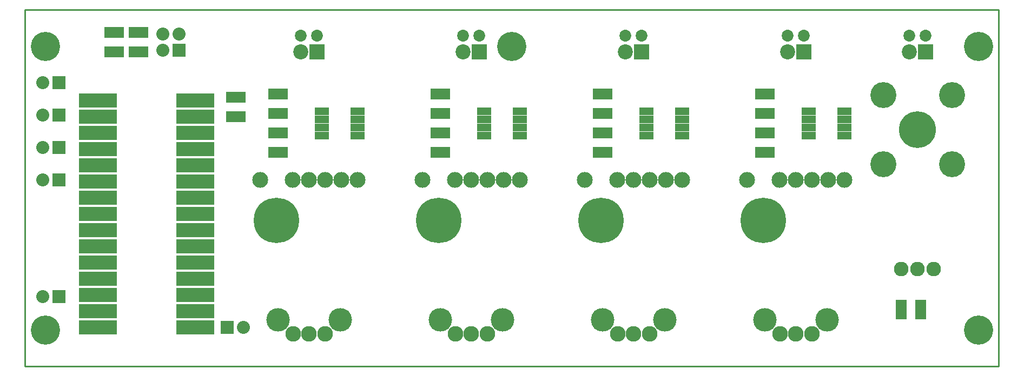
<source format=gts>
G04 (created by PCBNEW-RS274X (2010-03-14)-final) date Wed 25 May 2011 10:36:55 AM PDT*
G01*
G70*
G90*
%MOIN*%
G04 Gerber Fmt 3.4, Leading zero omitted, Abs format*
%FSLAX34Y34*%
G04 APERTURE LIST*
%ADD10C,0.006000*%
%ADD11C,0.009000*%
%ADD12C,0.096000*%
%ADD13C,0.145000*%
%ADD14R,0.233000X0.089000*%
%ADD15C,0.090000*%
%ADD16R,0.070000X0.120000*%
%ADD17R,0.120000X0.070000*%
%ADD18C,0.093000*%
%ADD19R,0.093000X0.093000*%
%ADD20C,0.073000*%
%ADD21R,0.080000X0.080000*%
%ADD22C,0.080000*%
%ADD23R,0.090000X0.046000*%
%ADD24C,0.098000*%
%ADD25C,0.280000*%
%ADD26C,0.180000*%
%ADD27C,0.160000*%
%ADD28C,0.227000*%
G04 APERTURE END LIST*
G54D10*
G54D11*
X25500Y-33500D02*
X25500Y-55500D01*
X85500Y-33500D02*
X25500Y-33500D01*
X85500Y-55500D02*
X85500Y-33500D01*
X25500Y-55500D02*
X85500Y-55500D01*
G54D12*
X42016Y-53500D03*
X43000Y-53500D03*
X43984Y-53500D03*
G54D13*
X41070Y-52634D03*
X44930Y-52634D03*
G54D12*
X72016Y-53500D03*
X73000Y-53500D03*
X73984Y-53500D03*
G54D13*
X71070Y-52634D03*
X74930Y-52634D03*
G54D12*
X62016Y-53500D03*
X63000Y-53500D03*
X63984Y-53500D03*
G54D13*
X61070Y-52634D03*
X64930Y-52634D03*
G54D12*
X52016Y-53500D03*
X53000Y-53500D03*
X53984Y-53500D03*
G54D13*
X51070Y-52634D03*
X54930Y-52634D03*
G54D14*
X30000Y-39100D03*
X30000Y-40100D03*
X30000Y-41100D03*
X30000Y-42100D03*
X30000Y-43100D03*
X30000Y-44100D03*
X30000Y-45100D03*
X30000Y-46100D03*
X30000Y-47100D03*
X30000Y-48100D03*
X30000Y-49100D03*
X30000Y-50100D03*
X30000Y-51100D03*
X30000Y-52100D03*
X30000Y-53100D03*
X36000Y-53100D03*
X36000Y-52100D03*
X36000Y-51100D03*
X36000Y-50100D03*
X36000Y-49100D03*
X36000Y-48100D03*
X36000Y-47100D03*
X36000Y-46100D03*
X36000Y-45100D03*
X36000Y-44100D03*
X36000Y-43100D03*
X36000Y-42100D03*
X36000Y-41100D03*
X36000Y-40100D03*
X36000Y-39100D03*
G54D15*
X81500Y-49500D03*
X80500Y-49500D03*
X79500Y-49500D03*
G54D16*
X79500Y-52000D03*
X80700Y-52000D03*
G54D17*
X31000Y-36100D03*
X31000Y-34900D03*
X38500Y-38900D03*
X38500Y-40100D03*
X41100Y-41100D03*
X41100Y-42300D03*
X41100Y-39900D03*
X41100Y-38700D03*
X51100Y-41100D03*
X51100Y-42300D03*
X51100Y-39900D03*
X51100Y-38700D03*
X61100Y-41100D03*
X61100Y-42300D03*
X61100Y-39900D03*
X61100Y-38700D03*
X71100Y-41100D03*
X71100Y-42300D03*
X71100Y-39900D03*
X71100Y-38700D03*
G54D18*
X42500Y-36100D03*
G54D19*
X43500Y-36100D03*
G54D20*
X43500Y-35100D03*
X42500Y-35100D03*
G54D18*
X52500Y-36100D03*
G54D19*
X53500Y-36100D03*
G54D20*
X53500Y-35100D03*
X52500Y-35100D03*
G54D18*
X62500Y-36100D03*
G54D19*
X63500Y-36100D03*
G54D20*
X63500Y-35100D03*
X62500Y-35100D03*
G54D18*
X72500Y-36100D03*
G54D19*
X73500Y-36100D03*
G54D20*
X73500Y-35100D03*
X72500Y-35100D03*
G54D21*
X35000Y-36000D03*
G54D22*
X34000Y-36000D03*
X35000Y-35000D03*
X34000Y-35000D03*
G54D21*
X27600Y-51200D03*
G54D22*
X26600Y-51200D03*
G54D21*
X27600Y-44000D03*
G54D22*
X26600Y-44000D03*
G54D21*
X27600Y-42000D03*
G54D22*
X26600Y-42000D03*
G54D21*
X27600Y-40000D03*
G54D22*
X26600Y-40000D03*
G54D21*
X27600Y-38000D03*
G54D22*
X26600Y-38000D03*
G54D23*
X46000Y-41250D03*
X46000Y-40750D03*
X46000Y-40250D03*
X46000Y-39750D03*
X43800Y-39750D03*
X43800Y-40250D03*
X43800Y-40750D03*
X43800Y-41250D03*
X56000Y-41250D03*
X56000Y-40750D03*
X56000Y-40250D03*
X56000Y-39750D03*
X53800Y-39750D03*
X53800Y-40250D03*
X53800Y-40750D03*
X53800Y-41250D03*
X66000Y-41250D03*
X66000Y-40750D03*
X66000Y-40250D03*
X66000Y-39750D03*
X63800Y-39750D03*
X63800Y-40250D03*
X63800Y-40750D03*
X63800Y-41250D03*
X76000Y-41250D03*
X76000Y-40750D03*
X76000Y-40250D03*
X76000Y-39750D03*
X73800Y-39750D03*
X73800Y-40250D03*
X73800Y-40750D03*
X73800Y-41250D03*
G54D17*
X32500Y-36100D03*
X32500Y-34900D03*
G54D18*
X80000Y-36100D03*
G54D19*
X81000Y-36100D03*
G54D20*
X81000Y-35100D03*
X80000Y-35100D03*
G54D24*
X43000Y-44000D03*
X44000Y-44000D03*
X45000Y-44000D03*
X46000Y-44000D03*
X42000Y-44000D03*
X40000Y-44000D03*
G54D25*
X41000Y-46500D03*
G54D24*
X73000Y-44000D03*
X74000Y-44000D03*
X75000Y-44000D03*
X76000Y-44000D03*
X72000Y-44000D03*
X70000Y-44000D03*
G54D25*
X71000Y-46500D03*
G54D24*
X63000Y-44000D03*
X64000Y-44000D03*
X65000Y-44000D03*
X66000Y-44000D03*
X62000Y-44000D03*
X60000Y-44000D03*
G54D25*
X61000Y-46500D03*
G54D24*
X53000Y-44000D03*
X54000Y-44000D03*
X55000Y-44000D03*
X56000Y-44000D03*
X52000Y-44000D03*
X50000Y-44000D03*
G54D25*
X51000Y-46500D03*
G54D26*
X84250Y-35750D03*
X55500Y-35750D03*
X26750Y-35750D03*
X26750Y-53250D03*
G54D27*
X78375Y-38775D03*
X82625Y-38775D03*
X82625Y-43025D03*
X78375Y-43025D03*
G54D28*
X80500Y-40900D03*
G54D26*
X84250Y-53250D03*
G54D21*
X37950Y-53100D03*
G54D22*
X38950Y-53100D03*
M02*

</source>
